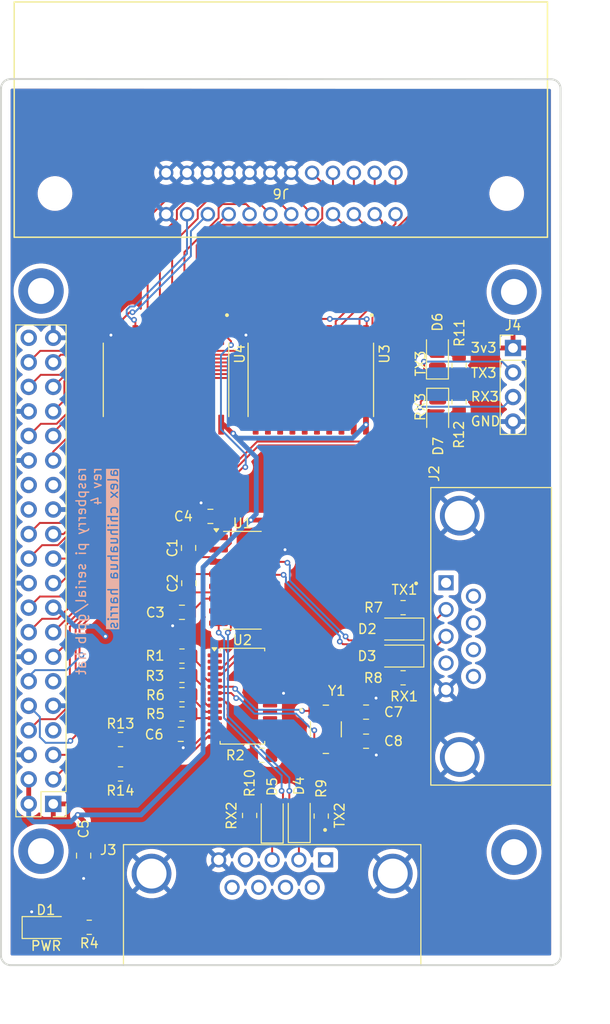
<source format=kicad_pcb>
(kicad_pcb (version 20241229) (generator "pcbnew") (generator_version "9.0")
  (title_block (title "Raspberry Pi Serial/GPIB Hat") (date "2025-04-04") (rev "4"))
  (layers (0 "F.Cu" signal) (2 "B.Cu" signal) (13 "F.Paste" user) (15 "B.Paste" user) (5 "F.SilkS" user "F.Silkscreen") (7 "B.SilkS" user "B.Silkscreen") (1 "F.Mask" user) (3 "B.Mask" user) (25 "Edge.Cuts" user))
  (net 0 "")
  (net 1 "GPIB_DIO1")
  (net 2 "GND")
  (net 3 "/GPIO7{slash}SPI0.CE1")
  (net 4 "GPIB_DIO7")
  (net 5 "GPIB_DIO5")
  (net 6 "GPIB_DIO6")
  (net 7 "/GPIO17")
  (net 8 "/GPIO3{slash}SCL1")
  (net 9 "GPIB_DIO8")
  (net 10 "/GPIO14{slash}TXD0")
  (net 11 "GPIB_DIO2")
  (net 12 "GPIB_DIO3")
  (net 13 "/ID_SCL")
  (net 14 "/GPIO21{slash}PCM.DOUT")
  (net 15 "/GPIO15{slash}RXD0")
  (net 16 "/GPIO2{slash}SDA1")
  (net 17 "/GPIO4{slash}GPCLK0")
  (net 18 "+3V3")
  (net 19 "GPIB_DIO4")
  (net 20 "TE")
  (net 21 "GPIB_ATN")
  (net 22 "/ID_SDA")
  (net 23 "Net-(U1-C1+)")
  (net 24 "Net-(U1-C1-)")
  (net 25 "Net-(U1-C2+)")
  (net 26 "Net-(U1-C2-)")
  (net 27 "Net-(U1-VS-)")
  (net 28 "Net-(U1-VS+)")
  (net 29 "/RX1")
  (net 30 "+5V")
  (net 31 "/TX1")
  (net 32 "/RX2")
  (net 33 "/TX2")
  (net 34 "/TXA1")
  (net 35 "/RXA1")
  (net 36 "/RXB1")
  (net 37 "/TXB1")
  (net 50 "GPIB_SRQ")
  (net 51 "GPIB_IFC")
  (net 52 "DC")
  (net 53 "GPIB_DAV")
  (net 54 "GPIB_NRFD")
  (net 55 "GPIB_REN")
  (net 56 "GPIB_EOI")
  (net 57 "GPIB_NDAC")
  (net 58 "PE")
  (net 59 "/GPIB/DIO2")
  (net 60 "/GPIB/DIO7")
  (net 61 "/GPIB/SRQ")
  (net 62 "/GPIB/ATN")
  (net 63 "/GPIB/NDAC")
  (net 64 "/GPIB/EOI")
  (net 65 "/GPIB/DIO8")
  (net 66 "/GPIB/DIO6")
  (net 67 "/GPIB/DIO4")
  (net 68 "/GPIB/REN")
  (net 69 "/GPIB/IFC")
  (net 70 "/GPIB/DIO3")
  (net 71 "/GPIB/DIO5")
  (net 72 "/GPIB/NFRD")
  (net 73 "/GPIB/DAV")
  (net 74 "/GPIB/DIO1")
  (net 75 "Net-(U2-~{RESET})")
  (net 76 "Net-(U2-~{IRQ})")
  (net 77 "Net-(U2-I2C{slash}~{SPI})")
  (net 78 "Net-(U2-A1{slash}SI)")
  (net 79 "Net-(U2-A0{slash}~{CS})")
  (net 80 "Net-(U2-XTAL1)")
  (net 93 "Net-(U2-XTAL2)")
  (net 95 "Net-(D1-A)")
  (net 96 "Net-(D2-A)")
  (net 97 "Net-(D3-A)")
  (net 98 "Net-(D4-A)")
  (net 99 "Net-(D5-A)")
  (net 100 "Net-(D6-A)")
  (net 101 "Net-(D7-A)")
  (footprint "MountingHole:MountingHole_2.7mm_M2.5_DIN965_Pad_TopBottom" (layer "F.Cu") (at 171.7633 64.70005)
    (property "Reference" "H4" (hide yes))
    (property "Value" "MountingHole" (hide yes))
  )
  (footprint "MountingHole:MountingHole_2.7mm_M2.5_DIN965_Pad_TopBottom" (layer "F.Cu") (at 122.7633 64.60005)
    (property "Reference" "H2" (hide yes))
    (property "Value" "MountingHole" (hide yes))
  )
  (footprint "Capacitor_SMD:C_0805_2012Metric" (layer "F.Cu") (at 137.2383 110.50005)
    (property "Reference" "C6")
    (property "Value" "100n" (hide yes))
  )
  (footprint "Resistor_SMD:R_0805_2012Metric_Pad1.20x1.40mm_HandSolder" (layer "F.Cu") (at 137.3633 108.40005)
    (property "Reference" "R5")
    (property "Value" "1k" (hide yes))
  )
  (footprint "Resistor_SMD:R_0805_2012Metric_Pad1.20x1.40mm_HandSolder" (layer "F.Cu") (at 145.6383 112.67505)
    (property "Reference" "R2")
    (property "Value" "1k" (hide yes))
  )
  (footprint "Capacitor_SMD:C_0805_2012Metric" (layer "F.Cu") (at 138.0503 91.20445 90)
    (property "Reference" "C1")
    (property "Value" "100n" (hide yes))
  )
  (footprint "Resistor_SMD:R_0805_2012Metric_Pad1.20x1.40mm_HandSolder" (layer "F.Cu") (at 137.3633 104.40005)
    (property "Reference" "R3")
    (property "Value" "1k" (hide yes))
  )
  (footprint "LED_SMD:LED_1206_3216Metric_Pad1.42x1.75mm_HandSolder" (layer "F.Cu") (at 123.2675 130.50845)
    (property "Reference" "D1")
    (property "Value" "LED" (hide yes))
  )
  (footprint "Package_SO:TSSOP-28_4.4x9.7mm_P0.65mm" (layer "F.Cu") (at 143.6258 106.55005)
    (property "Reference" "U2")
    (property "Value" "SC16IS752IPW" (hide yes))
  )
  (footprint "Capacitor_SMD:C_0805_2012Metric" (layer "F.Cu") (at 140.3109 87.93805 180)
    (property "Reference" "C4")
    (property "Value" "100n" (hide yes))
  )
  (footprint "Capacitor_SMD:C_0805_2012Metric" (layer "F.Cu") (at 137.3645 97.86945 180)
    (property "Reference" "C3")
    (property "Value" "100n" (hide yes))
  )
  (footprint "LED_SMD:LED_1206_3216Metric_Pad1.42x1.75mm_HandSolder" (layer "F.Cu") (at 159.9633 102.40005 180)
    (property "Reference" "D3")
    (property "Value" "LED" (hide yes))
  )
  (footprint "L77SDE09SA4CH3FC309:AMPHENOL_L77SDE09SA4CH3FC309" (layer "F.Cu") (at 166.1433 100.35505 90)
    (property "Reference" "J2")
    (property "Value" "L77SDE09SA4CH3FC309" (hide yes))
  )
  (footprint "Connector_PinHeader_2.54mm:PinHeader_1x04_P2.54mm_Vertical" (layer "F.Cu") (at 171.6633 70.50005)
    (property "Reference" "J4")
    (property "Value" "Conn_01x04_Pin" (hide yes))
  )
  (footprint "Resistor_SMD:R_0805_2012Metric_Pad1.20x1.40mm_HandSolder" (layer "F.Cu") (at 131 114.6048)
    (property "Reference" "R14")
    (property "Value" "10k" (hide yes))
  )
  (footprint "LED_SMD:LED_1206_3216Metric_Pad1.42x1.75mm_HandSolder" (layer "F.Cu") (at 159.9633 99.60005 180)
    (property "Reference" "D2")
    (property "Value" "LED" (hide yes))
  )
  (footprint "Resistor_SMD:R_0805_2012Metric_Pad1.20x1.40mm_HandSolder" (layer "F.Cu") (at 127.7595 130.48305 180)
    (property "Reference" "R4")
    (property "Value" "1k" (hide yes))
  )
  (footprint "Resistor_SMD:R_0805_2012Metric_Pad1.20x1.40mm_HandSolder" (layer "F.Cu") (at 131 111.0488)
    (property "Reference" "R13")
    (property "Value" "10k" (hide yes))
  )
  (footprint "MountingHole:MountingHole_2.7mm_M2.5_DIN965_Pad_TopBottom" (layer "F.Cu") (at 171.7633 122.70005)
    (property "Reference" "H3" (hide yes))
    (property "Value" "MountingHole" (hide yes))
  )
  (footprint "L77SDE09SA4CH3FC309:AMPHENOL_L77SDE09SA4CH3FC309" (layer "F.Cu") (at 146.70905 124.92255)
    (property "Reference" "J3")
    (property "Value" "L77SDE09SA4CH3FC309" (hide yes))
  )
  (footprint "Package_SO:SOIC-16_3.9x9.9mm_P1.27mm" (layer "F.Cu") (at 143.6258 94.55005)
    (property "Reference" "U1")
    (property "Value" "MAX232CDR" (hide yes))
  )
  (footprint "SN75160BDW:SOIC127P1030X265-20N" (layer "F.Cu") (at 150.7133 73.80005 -90)
    (property "Reference" "U3")
    (property "Value" "SN75160BDW")
  )
  (footprint "Resistor_SMD:R_0805_2012Metric_Pad1.20x1.40mm_HandSolder" (layer "F.Cu") (at 166.0745 76.08765 -90)
    (property "Reference" "R12")
    (property "Value" "1k" (hide yes))
  )
  (footprint "SN75161BDW:SOIC127P1030X265-20N" (layer "F.Cu") (at 135.7133 73.80005 -90)
    (property "Reference" "U4")
    (property "Value" "SN75161BDW")
  )
  (footprint "Resistor_SMD:R_0805_2012Metric_Pad1.20x1.40mm_HandSolder" (layer "F.Cu") (at 137.3633 106.40005)
    (property "Reference" "R6")
    (property "Value" "1k" (hide yes))
  )
  (footprint "LED_SMD:LED_1206_3216Metric_Pad1.42x1.75mm_HandSolder" (layer "F.Cu") (at 163.8313 71.25025 90)
    (property "Reference" "D6")
    (property "Value" "LED" (hide yes))
  )
  (footprint "Resistor_SMD:R_0805_2012Metric_Pad1.20x1.40mm_HandSolder" (layer "F.Cu") (at 144.3749 118.90065 90)
    (property "Reference" "R10")
    (property "Value" "1k" (hide yes))
  )
  (footprint "MountingHole:MountingHole_2.7mm_M2.5_DIN965_Pad_TopBottom" (layer "F.Cu") (at 122.7633 122.60005)
    (property "Reference" "H1" (hide yes))
    (property "Value" "MountingHole" (hide yes))
  )
  (footprint "Resistor_SMD:R_0805_2012Metric_Pad1.20x1.40mm_HandSolder" (layer "F.Cu") (at 160.2753 97.38685 180)
    (property "Reference" "R7")
    (property "Value" "1k" (hide yes))
  )
  (footprint "LED_SMD:LED_1206_3216Metric_Pad1.42x1.75mm_HandSolder" (layer "F.Cu") (at 149.5133 119.25005 90)
    (property "Reference" "D4")
    (property "Value" "LED" (hide yes))
  )
  (footprint "gpib_connector:CONN_112-024-113R001_NRC" (layer "F.Cu") (at 159.488399 56.65005 180)
    (property "Reference" "J6")
    (property "Value" "Conn_GPIB")
  )
  (footprint "Capacitor_SMD:C_0805_2012Metric_Pad1.18x1.45mm_HandSolder" (layer "F.Cu") (at 156.4386 108.204)
    (property "Reference" "C7")
    (property "Value" "36pF" (hide yes))
  )
  (footprint "Connector_PinSocket_2.54mm:PinSocket_2x20_P2.54mm_Vertical" (layer "F.Cu") (at 120.6495 117.70685 180)
    (property "Reference" "J1" (hide yes))
    (property "Value" "GPIO" (hide yes))
  )
  (footprint "Resistor_SMD:R_0805_2012Metric_Pad1.20x1.40mm_HandSolder" (layer "F.Cu") (at 160.2753 104.65125 180)
    (property "Reference" "R8")
    (property "Value" "1k" (hide yes))
  )
  (footprint "LED_SMD:LED_1206_3216Metric_Pad1.42x1.75mm_HandSolder" (layer "F.Cu") (at 146.7133 119.30005 90)
    (property "Reference" "D5")
    (property "Value" "LED" (hide yes))
  )
  (footprint "405C35B14M74560:XTAL_405C35B14M74560" (layer "F.Cu") (at 152.273 109.982)
    (property "Reference" "Y1")
    (property "Value" "14.7546M" (hide yes))
  )
  (footprint "Resistor_SMD:R_0805_2012Metric_Pad1.20x1.40mm_HandSolder" (layer "F.Cu") (at 151.7917 118.96575 90)
    (property "Reference" "R9")
    (property "Value" "1k" (hide yes))
  )
  (footprint "Capacitor_SMD:C_0805_2012Metric" (layer "F.Cu") (at 138.0757 94.85705 90)
    (property "Reference" "C2")
    (property "Value" "100n" (hide yes))
  )
  (footprint "Resistor_SMD:R_0805_2012Metric_Pad1.20x1.40mm_HandSolder" (layer "F.Cu") (at 137.3633 102.40005)
    (property "Reference" "R1")
    (property "Value" "10k" (hide yes))
  )
  (footprint "Capacitor_SMD:C_0805_2012Metric" (layer "F.Cu") (at 127.1778 123.063 -90)
    (property "Reference" "C5")
    (property "Value" "100n" (hide yes))
  )
  (footprint "LED_SMD:LED_1206_3216Metric_Pad1.42x1.75mm_HandSolder" (layer "F.Cu") (at 163.8567 77.13195 -90)
    (property "Reference" "D7")
    (property "Value" "LED" (hide yes))
  )
  (footprint "Resistor_SMD:R_0805_2012Metric_Pad1.20x1.40mm_HandSolder" (layer "F.Cu") (at 166.0745 72.30765 90)
    (property "Reference" "R11")
    (property "Value" "1k" (hide yes))
  )
  (footprint "Capacitor_SMD:C_0805_2012Metric_Pad1.18x1.45mm_HandSolder" (layer "F.Cu") (at 156.4386 111.214)
    (property "Reference" "C8")
    (property "Value" "36pF" (hide yes))
  )
  (gr_line (start 175.6133 134.40005) (end 119.6133 134.40005) (stroke (width 0.2)) (layer "Edge.Cuts"))
  (gr_arc (start 119.6133 134.40005) (mid 118.906193 134.107157) (end 118.6133 133.40005) (stroke (width 0.2)) (layer "Edge.Cuts"))
  (gr_line (start 119.6133 42.65005) (end 175.6133 42.673449) (stroke (width 0.2)) (layer "Edge.Cuts"))
  (gr_line (start 176.586699 43.64845) (end 176.6133 133.40005) (stroke (width 0.2)) (layer "Edge.Cuts"))
  (gr_arc (start 176.6133 133.40005) (mid 176.320407 134.107157) (end 175.6133 134.40005) (stroke (width 0.2)) (layer "Edge.Cuts"))
  (gr_arc (start 118.621091 43.631241) (mid 118.906193 42.942943) (end 119.594491 42.657841) (stroke (width 0.2)) (layer "Edge.Cuts"))
  (gr_line (start 118.6133 133.40005) (end 118.6133 43.65005) (stroke (width 0.2)) (layer "Edge.Cuts"))
  (gr_arc (start 175.6133 42.67505) (mid 176.301598 42.960152) (end 176.5867 43.64845) (stroke (width 0.2)) (layer "Edge.Cuts"))
  (gr_text "GND" (at 167.1933 78.68005 0) (layer "F.SilkS") (effects (font (size 1 1)) (justify left bottom)))
  (gr_text "RX2" (at 143.0795 120.47545 90) (layer "F.SilkS") (effects (font (size 1 1)) (justify left bottom)))
  (gr_text "RX3" (at 162.6375 78.15905 90) (layer "F.SilkS") (effects (font (size 1 1)) (justify left bottom)))
  (gr_text "TX2" (at 154.2809 120.32305 90) (layer "F.SilkS") (effects (font (size 1 1)) (justify left bottom)))
  (gr_text "RX1" (at 158.8275 107.16585 0) (layer "F.SilkS") (effects (font (size 1 1)) (justify left bottom)))
  (gr_text "3v3" (at 167.1933 71.06005 0) (layer "F.SilkS") (effects (font (size 1 1)) (justify left bottom)))
  (gr_text "RX3" (at 167.1933 76.14005 0) (layer "F.SilkS") (effects (font (size 1 1)) (justify left bottom)))
  (gr_text "TX3\n\n" (at 167.1933 75.27645 0) (layer "F.SilkS") (effects (font (size 1 1)) (justify left bottom)))
  (gr_text "TX1" (at 158.9799 96.11685 0) (layer "F.SilkS") (effects (font (size 1 1)) (justify left bottom)))
  (gr_text "TX3" (at 162.6629 73.53625 90) (layer "F.SilkS") (effects (font (size 1 1)) (justify left bottom)))
  (gr_text "PWR" (at 121.6152 132.9944 0) (layer "F.SilkS") (effects (font (size 1 1)) (justify left bottom)))
  (gr_text "alex chihuahua harris" (at 130.8095 82.90645 90) (layer "B.SilkS" knockout) (effects (font (size 1 1)) (justify left bottom mirror)))
  (gr_text "raspberry pi serial/gpib hat\nrev 4" (at 129.1095 82.75645 90) (layer "B.SilkS") (effects (font (size 1 1)) (justify left bottom mirror)))
  (segment (start 155.1583 74.43905) (end 154.0307 73.31145) (width 0.2) (layer "F.Cu") (net 1))
  (segment (start 154.0307 73.31145) (end 149.408776 73.31145) (width 0.2) (layer "F.Cu") (net 1))
  (segment (start 149.408776 73.31145) (end 146.894376 70.79705) (width 0.2) (layer "F.Cu") (net 1))
  (segment (start 146.894376 70.79705) (end 122.6793 70.79705) (width 0.2) (layer "F.Cu") (net 1))
  (segment (start 122.6793 70.79705) (end 121.4895 71.98685) (width 0.2) (layer "F.Cu") (net 1))
  (segment (start 155.1583 78.44005) (end 155.1583 74.43905) (width 0.2) (layer "F.Cu") (net 1))
  (segment (start 129.9983 69.16005) (end 130.0005 69.16005) (width 0.2) (layer "F.Cu") (net 2))
  (segment (start 138.1883 110.50005) (end 138.1883 111.19415) (width 0.2) (layer "F.Cu") (net 2))
  (segment (start 157.4761 111.214) (end 157.4761 112.62505) (width 0.2) (layer "F.Cu") (net 2))
  (segment (start 138.1883 111.19415) (end 137.492825 111.889625) (width 0.2) (layer "F.Cu") (net 2))
  (segment (start 139.3609 87.93805) (end 139.3609 86.5543) (width 0.2) (layer "F.Cu") (net 2))
  (segment (start 157.4761 106.75765) (end 157.4714 106.75295) (width 0.2) (layer "F.Cu") (net 2))
  (segment (start 127.1778 124.013) (end 127.1778 125.4252) (width 0.2) (layer "F.Cu") (net 2))
  (segment (start 147.8633 106.22505) (end 147.8883 106.25005) (width 0.2) (layer "F.Cu") (net 2))
  (segment (start 146.4883 106.22505) (end 147.8633 106.22505) (width 0.2) (layer "F.Cu") (net 2))
  (segment (start 144.9983 69.16305) (end 144.9983 69.16005) (width 0.2) (layer "F.Cu") (net 2))
  (segment (start 121.78 128.8926) (end 121.78 130.50845) (width 0.2) (layer "F.Cu") (net 2))
  (segment (start 157.4761 108.204) (end 157.4761 106.75765) (width 0.2) (layer "F.Cu") (net 2))
  (segment (start 121.793 128.8796) (end 121.78 128.8926) (width 0.2) (layer "F.Cu") (net 2))
  (segment (start 148.0408 91.3892) (end 146.11495 91.3892) (width 0.2) (layer "F.Cu") (net 2))
  (segment (start 139.3609 86.5543) (end 139.3444 86.5378) (width 0.2) (layer "F.Cu") (net 2))
  (segment (start 136.4145 97.86945) (end 136.4145 99.248) (width 0.2) (layer "F.Cu") (net 2))
  (segment (start 130.0005 69.16005) (end 130.0079 69.16745) (width 0.2) (layer "F.Cu") (net 2))
  (segment (start 144.99715 69.1642) (end 144.9983 69.16305) (width 0.2) (layer "F.Cu") (net 2))
  (segment (start 157.4761 112.62505) (end 157.4968 112.64575) (width 0.2) (layer "F.Cu") (net 2))
  (segment (start 146.11495 91.3892) (end 146.1008 91.37505) (width 0.2) (layer "F.Cu") (net 2))
  (segment (start 136.4145 99.248) (end 136.3993 99.2632) (width 0.2) (layer "F.Cu") (net 2))
  (segment (start 143.9926 69.1642) (end 144.99715 69.1642) (width 0.2) (layer "F.Cu") (net 2))
  (via (at 157.4714 106.75295) (size 0.6) (drill 0.3) (layers "F.Cu" "B.Cu") (net 2))
  (via (at 121.793 128.8796) (size 0.6) (drill 0.3) (layers "F.Cu" "B.Cu") (net 2))
  (via (at 147.8883 106.25005) (size 0.6) (drill 0.3) (layers "F.Cu" "B.Cu") (net 2))
  (via (at 137.492825 111.889625) (size 0.6) (drill 0.3) (layers "F.Cu" "B.Cu") (net 2))
  (via (at 157.4968 112.64575) (size 0.6) (drill 0.3) (layers "F.Cu" "B.Cu") (net 2))
  (via (at 127.1778 125.4252) (size 0.6) (drill 0.3) (layers "F.Cu" "B.Cu") (net 2))
  (via (at 130.0079 69.16745) (size 0.6) (drill 0.3) (layers "F.Cu" "B.Cu") (net 2))
  (via (at 136.3993 99.2632) (size 0.6) (drill 0.3) (layers "F.Cu" "B.Cu") (net 2))
  (via (at 148.0408 91.3892) (size 0.6) (drill 0.3) (layers "F.Cu" "B.Cu") (net 2))
  (via (at 143.9926 69.1642) (size 0.6) (drill 0.3) (layers "F.Cu" "B.Cu") (net 2))
  (via (at 139.3444 86.5378) (size 0.6) (drill 0.3) (layers "F.Cu" "B.Cu") (net 2))
  (segment (start 127.0546 73.20305) (end 145.897776 73.20305) (width 0.2) (layer "F.Cu") (net 4))
  (segment (start 147.5383 74.843574) (end 147.5383 78.44005) (width 0.2) (layer "F.Cu") (net 4))
  (segment (start 125.9825 77.30871) (end 125.9825 74.27515) (width 0.2) (layer "F.Cu") (net 4))
  (segment (start 124.0295 79.26171) (end 125.9825 77.30871) (width 0.2) (layer "F.Cu") (net 4))
  (segment (start 125.9825 74.27515) (end 127.0546 73.20305) (width 0.2) (layer "F.Cu") (net 4))
  (segment (start 124.0295 79.60685) (end 124.0295 79.26171) (width 0.2) (layer "F.Cu") (net 4))
  (segment (start 145.897776 73.20305) (end 147.5383 74.843574) (width 0.2) (layer "F.Cu") (net 4))
  (segment (start 150.0783 75.30265) (end 150.0783 78.44005) (width 0.2) (layer "F.Cu") (net 5))
  (segment (start 124.0295 77.06685) (end 125.1805 75.91585) (width 0.2) (layer "F.Cu") (net 5))
  (segment (start 148.744376 74.91545) (end 149.6911 74.91545) (width 0.2) (layer "F.Cu") (net 5))
  (segment (start 146.229976 72.40105) (end 148.744376 74.91545) (width 0.2) (layer "F.Cu") (net 5))
  (segment (start 125.1805 75.91585) (end 125.1805 73.94295) (width 0.2) (layer "F.Cu") (net 5))
  (segment (start 149.6911 74.91545) (end 150.0783 75.30265) (width 0.2) (layer "F.Cu") (net 5))
  (segment (start 125.1805 73.94295) (end 126.7224 72.40105) (width 0.2) (layer "F.Cu") (net 5))
  (segment (start 126.7224 72.40105) (end 146.229976 72.40105) (width 0.2) (layer "F.Cu") (net 5))
  (segment (start 124.37406 78.35005) (end 125.5815 77.14261) (width 0.2) (layer "F.Cu") (net 6))
  (segment (start 126.8885 72.80205) (end 146.063876 72.80205) (width 0.2) (layer "F.Cu") (net 6))
  (segment (start 122.7463 78.35005) (end 124.37406 78.35005) (width 0.2) (layer "F.Cu") (net 6))
  (segment (start 125.5815 77.14261) (end 125.5815 74.10905) (width 0.2) (layer "F.Cu") (net 6))
  (segment (start 148.8083 75.546474) (end 148.8083 78.44005) (width 0.2) (layer "F.Cu") (net 6))
  (segment (start 121.4895 79.60685) (end 122.7463 78.35005) (width 0.2) (layer "F.Cu") (net 6))
  (segment (start 146.063876 72.80205) (end 148.8083 75.546474) (width 0.2) (layer "F.Cu") (net 6))
  (segment (start 125.5815 74.10905) (end 126.8885 72.80205) (width 0.2) (layer "F.Cu") (net 6))
  (segment (start 132 112.59765) (end 132.0292 112.62685) (width 0.2) (layer "F.Cu") (net 8))
  (segment (start 140.7633 110.12505) (end 140.10593 110.12505) (width 0.2) (layer "F.Cu") (net 8))
  (segment (start 140.10593 110.12505) (end 137.60413 112.62685) (width 0.2) (layer "F.Cu") (net 8))
  (segment (start 132.0292 112.62685) (end 124.0295 112.62685) (width 0.2) (layer "F.Cu") (net 8))
  (segment (start 132 111.0488) (end 132 112.59765) (width 0.2) (layer "F.Cu") (net 8))
  (segment (start 137.60413 112.62685) (end 132.0292 112.62685) (width 0.2) (layer "F.Cu") (net 8))
  (segment (start 126.3835 77.47481) (end 126.3835 74.44125) (width 0.2) (layer "F.Cu") (net 9))
  (segment (start 145.731676 73.60405) (end 146.2683 74.140674) (width 0.2) (layer "F.Cu") (net 9))
  (segment (start 126.3835 74.44125) (end 127.2207 73.60405) (width 0.2) (layer "F.Cu") (net 9))
  (segment (start 146.2683 74.140674) (end 146.2683 78.44005) (width 0.2) (layer "F.Cu") (net 9))
  (segment (start 124.0295 82.14685) (end 124.0295 81.23461) (width 0.2) (layer "F.Cu") (net 9))
  (segment (start 124.0295 81.23461) (end 125.39778 79.86633) (width 0.2) (layer "F.Cu") (net 9))
  (segment (start 125.39778 78.46053) (end 126.3835 77.47481) (width 0.2) (layer "F.Cu") (net 9))
  (segment (start 125.39778 79.86633) (end 125.39778 78.46053) (width 0.2) (layer "F.Cu") (net 9))
  (segment (start 127.2207 73.60405) (end 145.731676 73.60405) (width 0.2) (layer "F.Cu") (net 9))
  (segment (start 164.1624 72.40665) (end 163.8313 72.73775) (width 0.2) (layer "F.Cu") (net 10))
  (segment (start 162.433 71.9074) (end 162.4584 71.9328) (width 0.2) (layer "F.Cu") (net 10))
  (segment (start 129.12585 83.42135) (end 129.12585 95.9846) (width 0.2) (layer "F.Cu") (net 10))
  (segment (start 162.4584 72.8726) (end 162.6362 73.0504) (width 0.2) (layer "F.Cu") (net 10))
  (segment (start 163.8313 72.750874) (end 156.394374 80.1878) (width 0.2) (layer "F.Cu") (net 10))
  (segment (start 156.394374 80.1878) (end 145.161 80.1878) (width 0.2) (layer "F.Cu") (net 10))
  (segment (start 162.6362 73.0504) (end 163.51865 73.0504) (width 0.2) (layer "F.Cu") (net 10))
  (segment (start 122.6405 108.93585) (end 121.4895 110.08685) (width 0.2) (layer "F.Cu") (net 10))
  (segment (start 163.8313 72.73775) (end 163.8313 72.750874) (width 0.2) (layer "F.Cu") (net 10))
  (segment (start 125.7513 107.45281) (end 124.26826 108.93585) (width 0.2) (layer "F.Cu") (net 10))
  (segment (start 145.161 80.1878) (end 142.29175 83.05705) (width 0.2) (layer "F.Cu") (net 10))
  (segment (start 129.12585 95.9846) (end 125.7513 99.35915) (width 0.2) (layer "F.Cu") (net 10))
  (segment (start 163.51865 73.0504) (end 163.8313 72.73775) (width 0.2) (layer "F.Cu") (net 10))
  (segment (start 171.6633 73.04005) (end 171.0299 72.40665) (width 0.2) (layer "F.Cu") (net 10))
  (segment (start 162.4584 71.9328) (end 162.4584 72.8726) (width 0.2) (layer "F.Cu") (net 10))
  (segment (start 125.7513 99.35915) (end 125.7513 107.45281) (width 0.2) (layer "F.Cu") (net 10))
  (segment (start 142.29175 83.05705) (end 129.49015 83.05705) (width 0.2) (layer "F.Cu") (net 10))
  (segment (start 124.26826 108.93585) (end 122.6405 108.93585) (width 0.2) (layer "F.Cu") (net 10))
  (segment (start 129.49015 83.05705) (end 129.12585 83.42135) (width 0.2) (layer "F.Cu") (net 10))
  (via (at 162.433 71.9074) (size 0.6) (drill 0.3) (layers "F.Cu" "B.Cu") (net 10))
  (segment (start 170.53065 71.9074) (end 162.433 71.9074) (width 0.2) (layer "B.Cu") (net 10))
  (segment (start 171.6633 73.04005) (end 170.53065 71.9074) (width 0.2) (layer "B.Cu") (net 10))
  (segment (start 124.0295 71.98685) (end 124.8183 71.19805) (width 0.2) (layer "F.Cu") (net 11))
  (segment (start 153.8883 74.54895) (end 153.8883 78.44005) (width 0.2) (layer "F.Cu") (net 11))
  (segment (start 149.242676 73.71245) (end 153.0518 73.71245) (width 0.2) (layer "F.Cu") (net 11))
  (segment (start 124.8183 71.19805) (end 146.728276 71.19805) (width 0.2) (layer "F.Cu") (net 11))
  (segment (start 146.728276 71.19805) (end 149.242676 73.71245) (width 0.2) (layer "F.Cu") (net 11))
  (segment (start 153.0518 73.71245) (end 153.8883 74.54895) (width 0.2) (layer "F.Cu") (net 11))
  (segment (start 152.6183 74.74385) (end 152.6183 78.44005) (width 0.2) (layer "F.Cu") (net 12))
  (segment (start 146.562176 71.59905) (end 149.076576 74.11345) (width 0.2) (layer "F.Cu") (net 12))
  (segment (start 124.7092 73.28005) (end 126.3902 71.59905) (width 0.2) (layer "F.Cu") (net 12))
  (segment (start 149.076576 74.11345) (end 151.9879 74.11345) (width 0.2) (layer "F.Cu") (net 12))
  (segment (start 122.7363 73.28005) (end 124.7092 73.28005) (width 0.2) (layer "F.Cu") (net 12))
  (segment (start 126.3902 71.59905) (end 146.562176 71.59905) (width 0.2) (layer "F.Cu") (net 12))
  (segment (start 151.9879 74.11345) (end 152.6183 74.74385) (width 0.2) (layer "F.Cu") (net 12))
  (segment (start 121.4895 74.52685) (end 122.7363 73.28005) (width 0.2) (layer "F.Cu") (net 12))
  (segment (start 145.3271 80.5888) (end 156.560474 80.5888) (width 0.2) (layer "F.Cu") (net 15))
  (segment (start 129.52685 83.85855) (end 129.92735 83.45805) (width 0.2) (layer "F.Cu") (net 15))
  (segment (start 162.1028 76.581) (end 162.1028 76.0476) (width 0.2) (layer "F.Cu") (net 15))
  (segment (start 161.504824 75.64445) (end 161.51535 75.64445) (width 0.2) (layer "F.Cu") (net 15))
  (segment (start 142.45785 83.45805) (end 145.3271 80.5888) (width 0.2) (layer "F.Cu") (net 15))
  (segment (start 162.0266 76.6572) (end 162.1028 76.581) (width 0.2) (layer "F.Cu") (net 15))
  (segment (start 161.51535 75.64445) (end 162.052 75.1078) (width 0.2) (layer "F.Cu") (net 15))
  (segment (start 126.3513 110.6307) (end 126.3513 99.32625) (width 0.2) (layer "F.Cu") (net 15))
  (segment (start 126.3513 99.32625) (end 129.52685 96.1507) (width 0.2) (layer "F.Cu") (net 15))
  (segment (start 125.8062 111.1758) (end 126.3513 110.6307) (width 0.2) (layer "F.Cu") (net 15))
  (segment (start 162.1028 76.0476) (end 162.50595 75.64445) (width 0.2) (layer "F.Cu") (net 15))
  (segment (start 156.560474 80.5888) (end 161.504824 75.64445) (width 0.2) (layer "F.Cu") (net 15))
  (segment (start 129.92735 83.45805) (end 142.45785 83.45805) (width 0.2) (layer "F.Cu") (net 15))
  (segment (start 164.2009 75.98865) (end 163.8567 75.64445) (width 0.2) (layer "F.Cu") (net 15))
  (segment (start 162.1282 75.0316) (end 162.052 75.1078) (width 0.2) (layer "F.Cu") (net 15))
  (segment (start 162.179 74.9808) (end 162.052 75.1078) (width 0.2) (layer "F.Cu") (net 15))
  (segment (start 129.52685 96.1507) (end 129.52685 83.85855) (width 0.2) (layer "F.Cu") (net 15))
  (segment (start 163.19305 74.9808) (end 162.179 74.9808) (width 0.2) (layer "F.Cu") (net 15))
  (segment (start 163.8567 75.64445) (end 163.19305 74.9808) (width 0.2) (layer "F.Cu") (net 15))
  (segment (start 171.6633 75.58005) (end 171.2547 75.98865) (width 0.2) (layer "F.Cu") (net 15))
  (segment (start 162.50595 75.64445) (end 163.8567 75.64445) (width 0.2) (layer "F.Cu") (net 15))
  (via (at 162.0266 76.6572) (size 0.6) (drill 0.3) (layers "F.Cu" "B.Cu") (net 15))
  (via (at 125.8062 111.1758) (size 0.6) (drill 0.3) (layers "F.Cu" "B.Cu") (net 15))
  (segment (start 122.6405 110.7787) (end 122.6405 108.69785) (width 0.2) (layer "B.Cu") (net 15))
  (segment (start 125.603 111.379) (end 123.2408 111.379) (width 0.2) (layer "B.Cu") (net 15))
  (segment (start 122.6405 108.69785) (end 121.4895 107.54685) (width 0.2) (layer "B.Cu") (net 15))
  (segment (start 162.1028 76.581) (end 170.66235 76.581) (width 0.2) (layer "B.Cu") (net 15))
  (segment (start 123.2408 111.379) (end 122.6405 110.7787) (width 0.2) (layer "B.Cu") (net 15))
  (segment (start 125.8062 111.1758) (end 125.603 111.379) (width 0.2) (layer "B.Cu") (net 15))
  (segment (start 162.0266 76.6572) (end 162.1028 76.581) (width 0.2) (layer "B.Cu") (net 15))
  (segment (start 170.66235 76.581) (end 171.6633 75.58005) (width 0.2) (layer "B.Cu") (net 15))
  (segment (start 137.7533 113.04005) (end 132.1054 113.04005) (width 0.2) (layer "F.Cu") (net 16))
  (segment (start 126.1563 113.04005) (end 124.0295 115.16685) (width 0.2) (layer "F.Cu") (net 16))
  (segment (start 132.1054 113.04005) (end 126.1563 113.04005) (width 0.2) (layer "F.Cu") (net 16))
  (segment (start 131.9624 114.6048) (end 131.9624 113.18305) (width 0.2) (layer "F.Cu") (net 16))
  (segment (start 131.9624 113.18305) (end 132.1054 113.04005) (width 0.2) (layer "F.Cu") (net 16))
  (segment (start 137.77023 113.02785) (end 140.02303 110.77505) (width 0.2) (layer "F.Cu") (net 16))
  (segment (start 137.7655 113.02785) (end 137.7533 113.04005) (width 0.2) (layer "F.Cu") (net 16))
  (segment (start 137.77023 113.02785) (end 137.7655 113.02785) (width 0.2) (layer "F.Cu") (net 16))
  (segment (start 140.7633 110.77505) (end 140.02303 110.77505) (width 0.2) (layer "F.Cu") (net 16))
  (segment (start 141.5695 106.87505) (end 142.1905 107.49605) (width 0.2) (layer "F.Cu") (net 18))
  (segment (start 140.7633 106.87505) (end 141.5695 106.87505) (width 0.2) (layer "F.Cu") (net 18))
  (via (at 129.4384 100.3554) (size 0.6) (drill 0.3) (layers "F.Cu" "B.Cu") (net 18))
  (segment (start 128.40025 99.31725) (end 126.2647 99.31725) (width 0.5) (layer "B.Cu") (net 18))
  (segment (start 124.3343 97.38685) (end 124.0295 97.38685) (width 0.5) (layer "B.Cu") (net 18))
  (segment (start 126.2647 99.31725) (end 124.3343 97.38685) (width 0.5) (layer "B.Cu") (net 18))
  (segment (start 129.4384 100.3554) (end 128.40025 99.31725) (width 0.5) (layer "B.Cu") (net 18))
  (segment (start 146.396076 72.00005) (end 148.910476 74.51445) (width 0.2) (layer "F.Cu") (net 19))
  (segment (start 124.0295 74.52685) (end 126.5563 72.00005) (width 0.2) (layer "F.Cu") (net 19))
  (segment (start 150.8764 74.51445) (end 151.3483 74.98635) (width 0.2) (layer "F.Cu") (net 19))
  (segment (start 126.5563 72.00005) (end 146.396076 72.00005) (width 0.2) (layer "F.Cu") (net 19))
  (segment (start 148.910476 74.51445) (end 150.8764 74.51445) (width 0.2) (layer "F.Cu") (net 19))
  (segment (start 151.3483 74.98635) (end 151.3483 78.44005) (width 0.2) (layer "F.Cu") (net 19))
  (segment (start 126.7523 102.1122) (end 126.7523 99.5172) (width 0.2) (layer "F.Cu") (net 20))
  (segment (start 141.80405 69.16005) (end 141.4283 69.16005) (width 0.2) (layer "F.Cu") (net 20))
  (segment (start 130.09345 83.85905) (end 131.8768 83.85905) (width 0.2) (layer "F.Cu") (net 20))
  (segment (start 142.68355 83.85905) (end 143.383 83.1596) (width 0.2) (layer "F.Cu") (net 20))
  (segment (start 142.4432 69.7992) (end 141.80405 69.16005) (width 0.2) (layer "F.Cu") (net 20))
  (segment (start 156.5003 69.08805) (end 156.4283 69.16005) (width 0.2) (layer "F.Cu") (net 20))
  (segment (start 126.9513 102.3112) (end 126.7523 102.1122) (width 0.2) (layer "F.Cu") (net 20))
  (segment (start 129.92785 96.3168) (end 129.92785 84.8868) (width 0.2) (layer "F.Cu") (net 20))
  (segment (start 141.4283 69.16005) (end 143.0973 67.49105) (width 0.2) (layer "F.Cu") (net 20))
  (segment (start 143.703885 82.838715) (end 143.925715 82.838715) (width 0.2) (layer "F.Cu") (net 20))
  (segment (start 143.383 83.1596) (end 143.703885 82.838715) (width 0.2) (layer "F.Cu") (net 20))
  (segment (start 156.5003 67.512627) (end 156.5003 69.08805) (width 0.2) (layer "F.Cu") (net 20))
  (segment (start 129.92785 84.02465) (end 130.09345 83.85905) (width 0.2) (layer "F.Cu") (net 20))
  (segment (start 142.4432 70.19705) (end 142.4432 69.7992) (width 0.2) (layer "F.Cu") (net 20))
  (segment (start 129.92785 84.8868) (end 129.92785 84.02465) (width 0.2) (layer "F.Cu") (net 20))
  (segment (start 126.7523 99.49235) (end 129.92785 96.3168) (width 0.2) (layer "F.Cu") (net 20))
  (segment (start 131.8768 83.85905) (end 142.68355 83.85905) (width 0.2) (layer "F.Cu") (net 20))
  (segment (start 143.0973 67.49105) (end 152.6873 67.49105) (width 0.2) (layer "F.Cu") (net 20))
  (segment (start 126.7523 99.5172) (end 126.7523 99.49235) (width 0.2) (layer "F.Cu") (net 20))
  (via (at 126.9513 102.3112) (size 0.6) (drill 0.3) (layers "F.Cu" "B.Cu") (net 20))
  (via (at 142.4432 70.19705) (size 0.6) (drill 0.3) (layers "F.Cu" "B.Cu") (net 20))
  (via (at 152.6873 67.49105) (size 0.6) (drill 0.3) (layers "F.Cu" "B.Cu") (net 20))
  (via (at 143.925715 82.838715) (size 0.6) (drill 0.3) (layers "F.Cu" "B.Cu") (net 20))
  (via (at 156.5003 67.512627) (size 0.6) (drill 0.3) (layers "F.Cu" "B.Cu") (net 20))
  (segment (start 141.4031 71.23715) (end 141.4031 78.938282) (width 0.2) (layer "B.Cu") (net 20))
  (segment (start 143.9672 82.79723) (end 143.925715 82.838715) (width 0.2) (layer "B.Cu") (net 20))
  (segment (start 156.5003 67.512627) (end 156.478723 67.49105) (width 0.2) (layer "B.Cu") (net 20))
  (segment (start 142.4432 70.19705) (end 141.4031 71.23715) (width 0.2) (layer "B.Cu") (net 20))
  (segment (start 125.40665 103.85585) (end 126.9513 102.3112) (width 0.2) (layer "B.Cu") (net 20))
  (segment (start 156.478723 67.49105) (end 152.6873 67.49105) (width 0.2) (layer "B.Cu") (net 20))
  (segment (start 141.4031 78.938282) (end 143.9672 81.502382) (width 0.2) (layer "B.Cu") (net 20))
  (segment (start 143.9672 81.502382) (end 143.9672 82.79723) (width 0.2) (layer "B.Cu") (net 20))
  (segment (start 124.50626 103.85585) (end 125.40665 103.85585) (width 0.2) (layer "B.Cu") (net 20))
  (segment (start 121.4895 104.5197) (end 121.4895 105.00685) (width 0.2) (layer "B.Cu") (net 20))
  (segment (start 124.50626 103.85585) (end 122.15335 103.85585) (width 0.2) (layer "B.Cu") (net 20))
  (segment (start 122.15335 103.85585) (end 121.4895 104.5197) (width 0.2) (layer "B.Cu") (net 20))
  (segment (start 131.172124 80.25005) (end 131.173124 80.24905) (width 0.2) (layer "F.Cu") (net 21))
  (segment (start 126.31885 89.10526) (end 126.31885 80.6758) (width 0.2) (layer "F.Cu") (net 21))
  (segment (start 126.7446 80.25005) (end 131.172124 80.25005) (width 0.2) (layer "F.Cu") (net 21))
  (segment (start 121.4895 92.30685) (end 122.8785 90.91785) (width 0.2) (layer "F.Cu") (net 21))
  (segment (start 131.173124 80.24905) (end 131.9471 80.24905) (width 0.2) (layer "F.Cu") (net 21))
  (segment (start 131.9471 80.24905) (end 132.5383 79.65785) (width 0.2) (layer "F.Cu") (net 21))
  (segment (start 122.8785 90.91785) (end 124.50626 90.91785) (width 0.2) (layer "F.Cu") (net 21))
  (segment (start 126.31885 80.6758) (end 126.7446 80.25005) (width 0.2) (layer "F.Cu") (net 21))
  (segment (start 124.50626 90.91785) (end 126.31885 89.10526) (width 0.2) (layer "F.Cu") (net 21))
  (segment (start 132.5383 79.65785) (end 132.5383 78.44005) (width 0.2) (layer "F.Cu") (net 21))
  (segment (start 141.0014 90.25445) (end 141.1508 90.10505) (width 0.2) (layer "F.Cu") (net 23))
  (segment (start 138.0503 90.25445) (end 141.0014 90.25445) (width 0.2) (layer "F.Cu") (net 23))
  (segment (start 138.0503 92.15445) (end 140.6602 92.15445) (width 0.2) (layer "F.Cu") (net 24))
  (segment (start 140.6602 92.15445) (end 141.1508 92.64505) (width 0.2) (layer "F.Cu") (net 24))
  (segment (start 141.1428 93.90705) (end 141.1508 93.91505) (width 0.2) (layer "F.Cu") (net 25))
  (segment (start 138.0757 93.90705) (end 141.1428 93.90705) (width 0.2) (layer "F.Cu") (net 25))
  (segment (start 140.5288 95.80705) (end 141.1508 95.18505) (width 0.2) (layer "F.Cu") (net 26))
  (segment (start 138.0757 95.80705) (end 140.5288 95.80705) (width 0.2) (layer "F.Cu") (net 26))
  (segment (start 138.3145 97.86945) (end 139.7289 96.45505) (width 0.2) (layer "F.Cu") (net 27))
  (segment (start 139.7289 96.45505) (end 141.1508 96.45505) (width 0.2) (layer "F.Cu") (net 27))
  (segment (start 141.7099 91.37505) (end 141.1508 91.37505) (width 0.5) (layer "F.Cu") (net 28))
  (segment (start 142.4268 88.40295) (end 141.9619 87.93805) (width 0.2) (layer "F.Cu") (net 28))
  (segment (start 142.4268 90.72435) (end 142.4268 88.40295) (width 0.2) (layer "F.Cu") (net 28))
  (segment (start 141.1508 91.37505) (end 141.7761 91.37505) (width 0.2) (layer "F.Cu") (net 28))
  (segment (start 141.7761 91.37505) (end 142.4268 90.72435) (width 0.2) (layer "F.Cu") (net 28))
  (segment (start 141.9619 87.93805) (end 141.2609 87.93805) (width 0.2) (layer "F.Cu") (net 28))
  (segment (start 164.7233 100.35505) (end 164.7233 100.3765) (width 0.2) (layer "F.Cu") (net 29))
  (segment (start 147.885581 93.986781) (end 146.172531 93.986781) (width 0.2) (layer "F.Cu") (net 29))
  (segment (start 153.71511 100.895834) (end 153.769046 100.895834) (width 0.2) (layer "F.Cu") (net 29))
  (segment (start 146.172531 93.986781) (end 146.1008 93.91505) (width 0.2) (layer "F.Cu") (net 29))
  (segment (start 162.69975 102.40005) (end 161.4508 102.40005) (width 0.2) (layer "F.Cu") (net 29))
  (segment (start 153.769046 100.895834) (end 154.050262 101.17705) (width 0.2) (layer "F.Cu") (net 29))
  (segment (start 164.7233 100.3765) (end 162.69975 102.40005) (width 0.2) (layer "F.Cu") (net 29))
  (segment (start 147.014868 93.91505) (end 146.1008 93.91505) (width 0.2) (layer "F.Cu") (net 29))
  (segment (start 154.050262 101.17705) (end 160.2278 101.17705) (width 0.2) (layer "F.Cu") (net 29))
  (segment (start 160.2278 101.17705) (end 161.4508 102.40005) (width 0.2) (layer "F.Cu") (net 29))
  (via (at 153.71511 100.895834) (size 0.6) (drill 0.3) (layers "F.Cu" "B.Cu") (net 29))
  (via (at 147.885581 93.986781) (size 0.6) (drill 0.3) (layers "F.Cu" "B.Cu") (net 29))
  (segment (start 148.1382 94.756952) (end 148.1382 94.2394) (width 0.2) (layer "B.Cu") (net 29))
  (segment (start 153.714719 100.831919) (end 153.714719 100.333471) (width 0.2) (layer "B.Cu") (net 29))
  (segment (start 153.71511 100.895834) (end 153.71511 100.83231) (width 0.2) (layer "B.Cu") (net 29))
  (segment (start 153.714719 100.333471) (end 148.1382 94.756952) (width 0.2) (layer "B.Cu") (net 29))
  (segment (start 148.1382 94.2394) (end 147.885581 93.986781) (width 0.2) (layer "B.Cu") (net 29))
  (segment (start 153.71511 100.83231) (end 153.714719 100.831919) (width 0.2) (layer "B.Cu") (net 29))
  (segment (start 127.1778 119.4562) (end 127.1778 122.113) (width 0.5) (layer "F.Cu") (net 30))
  (segment (start 141.6841 78.44005) (end 141.4283 78.44005) (width 0.5) (layer "F.Cu") (net 30))
  (segment (start 142.669649 79.356301) (end 142.600351 79.356301) (width 0.5) (layer "F.Cu") (net 30))
  (segment (start 144.498449 88.315599) (end 145.694199 88.315599) (width 0.5) (layer "F.Cu") (net 30))
  (segment (start 145.694199 88.315599) (end 146.1008 88.7222) (width 0.5) (layer "F.Cu") (net 30))
  (segment (start 121.4895 117.70685) (end 121.4895 115.16685) (width 0.5) (layer "F.Cu") (net 30))
  (segment (start 146.1008 88.7222) (end 146.1008 90.10505) (width 0.5) (layer "F.Cu") (net 30))
  (segment (start 126.5682 118.8466) (end 127.1778 119.4562) (width 0.5) (layer "F.Cu") (net 30))
  (segment (start 142.600351 79.356301) (end 141.6841 78.44005) (width 0.5) (layer "F.Cu") (net 30))
  (via (at 156.4283 78.44005) (size 0.6) (drill 0.3) (layers "F.Cu" "B.Cu") (net 30))
  (via (at 144.498449 88.315599) (size 0.6) (drill 0.3) (layers "F.Cu" "B.Cu") (net 30))
  (via (at 126.5682 118.8466) (size 0.6) (drill 0.3) (layers "F.Cu" "B.Cu") (net 30))
  (via (at 142.669649 79.356301) (size 0.6) (drill 0.3) (layers "F.Cu" "B.Cu") (net 30))
  (segment (start 145.0607 81.81665) (end 142.669649 79.425599) (width 0.5) (layer "B.Cu") (net 30))
  (segment (start 142.669649 79.425599) (end 143.0795 79.83545) (width 0.5) (layer "B.Cu") (net 30))
  (segment (start 121.4895 117.70685) (end 121.4895 119.0765) (width 0.5) (layer "B.Cu") (net 30))
  (segment (start 143.0795 79.83545) (end 155.0329 79.83545) (width 0.5) (layer "B.Cu") (net 30))
  (segment (start 126.5682 118.8466) (end 133.1214 118.8466) (width 0.5) (layer "B.Cu") (net 30))
  (segment (start 121.4895 119.0765) (end 121.9708 119.5578) (width 0.5) (layer "B.Cu") (net 30))
  (segment (start 142.669649 79.356301) (end 142.669649 79.425599) (width 0.5) (layer "B.Cu") (net 30))
  (segment (start 145.0607 87.68405) (end 145.0607 81.81665) (width 0.5) (layer "B.Cu") (net 30))
  (segment (start 139.5489 93.19585) (end 145.0607 87.68405) (width 0.5) (layer "B.Cu") (net 30))
  (segment (start 121.9708 119.5578) (end 125.857 119.5578) (width 0.5) (layer "B.Cu") (net 30))
  (segment (start 133.1214 118.8466) (end 139.5489 112.4191) (width 0.5) (layer "B.Cu") (net 30))
  (segment (start 125.857 119.5578) (end 126.5682 118.8466) (width 0.5) (layer "B.Cu") (net 30))
  (segment (start 139.5489 112.4191) (end 139.5489 93.19585) (width 0.5) (layer "B.Cu") (net 30))
  (segment (start 155.0329 79.83545) (end 156.4283 78.44005) (width 0.5) (layer "B.Cu") (net 30))
  (segment (start 160.2748 100.77605) (end 154.64945 100.77605) (width 0.2) (layer "F.Cu") (net 31))
  (segment (start 154.64945 100.77605) (end 154.315719 100.442319) (width 0.2) (layer "F.Cu") (net 31))
  (segment (start 148.2852 92.7354) (end 148.19485 92.64505) (width 0.2) (layer "F.Cu") (net 31))
  (segment (start 164.7233 97.58505) (end 162.7083 99.60005) (width 0.2) (layer "F.Cu") (net 31))
  (segment (start 161.4508 99.60005) (end 160.2748 100.77605) (width 0.2) (layer "F.Cu") (net 31))
  (segment (start 154.315719 100.442319) (end 154.315719 100.367371) (width 0.2) (layer "F.Cu") (net 31))
  (segment (start 162.7083 99.60005) (end 161.4508 99.60005) (width 0.2) (layer "F.Cu") (net 31))
  (segment (start 148.19485 92.64505) (end 146.1008 92.64505) (width 0.2) (layer "F.Cu") (net 31))
  (via (at 154.315719 100.367371) (size 0.6) (drill 0.3) (layers "F.Cu" "B.Cu") (net 31))
  (via (at 148.2852 92.7354) (size 0.6) (drill 0.3) (layers "F.Cu" "B.Cu") (net 31))
  (segment (start 148.5392 94.590852) (end 154.315719 100.367371) (width 0.2) (layer "B.Cu") (net 31))
  (segment (start 148.2852 92.7354) (end 148.5392 92.9894) (width 0.2) (layer "B.Cu") (net 31))
  (segment (start 148.5392 92.9894) (end 148.5392 94.590852) (width 0.2) (layer "B.Cu") (net 31))
  (segment (start 147.828 116.497003) (end 147.688397 116.3574) (width 0.2) (layer "F.Cu") (net 32))
  (segment (start 146.7133 119.88621) (end 147.828 118.77151) (width 0.2) (layer "F.Cu") (net 32))
  (segment (start 147.828 118.77151) (end 147.828 116.497003) (width 0.2) (layer "F.Cu") (net 32))
  (segment (start 141.1732 99.9744) (end 141.1732 99.01745) (width 0.2) (layer "F.Cu") (net 32))
  (segment (start 146.7133 120.78755) (end 146.7133 119.88621) (width 0.2) (layer "F.Cu") (net 32))
  (segment (start 146.70905 123.50255) (end 146.70905 120.7918) (width 0.2) (layer "F.Cu") (net 32))
  (segment (start 141.1732 99.01745) (end 141.1508 98.99505) (width 0.2) (layer "F.Cu") (net 32))
  (segment (start 146.70905 120.7918) (end 146.7133 120.78755) (width 0.2) (layer "F.Cu") (net 32))
  (via (at 141.1732 99.9744) (size 0.6) (drill 0.3) (layers "F.Cu" "B.Cu") (net 32))
  (via (at 147.688397 116.3574) (size 0.6) (drill 0.3) (layers "F.Cu" "B.Cu") (net 32))
  (segment (start 147.688397 114.769997) (end 141.732 108.8136) (width 0.2) (layer "B.Cu") (net 32))
  (segment (start 147.688397 116.3574) (end 147.688397 114.769997) (width 0.2) (layer "B.Cu") (net 32))
  (segment (start 141.732 100.5332) (end 141.1732 99.9744) (width 0.2) (layer "B.Cu") (net 32))
  (segment (start 141.732 108.8136) (end 141.732 100.5332) (width 0.2) (layer "B.Cu") (net 32))
  (segment (start 149.5133 119.83621) (end 148.4884 118.81131) (width 0.2) (layer "F.Cu") (net 33))
  (segment (start 149.5133 120.73755) (end 149.5133 119.83621) (width 0.2) (layer "F.Cu") (net 33))
  (segment (start 149.47905 120.7718) (end 149.5133 120.73755) (width 0.2) (layer "F.Cu") (net 33))
  (segment (start 142.4268 99.6606) (end 142.113 99.9744) (width 0.2) (layer "F.Cu") (net 33))
  (segment (start 149.47905 123.50255) (end 149.47905 120.7718) (width 0.2) (layer "F.Cu") (net 33))
  (segment (start 148.4884 118.81131) (end 148.4884 116.3574) (width 0.2) (layer "F.Cu") (net 33))
  (segment (start 142.4268 98.026051) (end 142.4268 99.6606) (width 0.2) (layer "F.Cu") (net 33))
  (segment (start 141.1508 97.72505) (end 142.125799 97.72505) (width 0.2) (layer "F.Cu") (net 33))
  (segment (start 142.125799 97.72505) (end 142.4268 98.026051) (width 0.2) (layer "F.Cu") (net 33))
  (via (at 142.113 99.9744) (size 0.6) (drill 0.3) (layers "F.Cu" "B.Cu") (net 33))
  (via (at 148.4884 116.3574) (size 0.6) (drill 0.3) (layers "F.Cu" "B.Cu") (net 33))
  (segment (start 142.113 99.9744) (end 142.133 99.9944) (width 0.2) (layer "B.Cu") (net 33))
  (segment (start 142.133 108.6475) (end 148.4884 115.0029) (width 0.2) (layer "B.Cu") (net 33))
  (segment (start 148.4884 115.0029) (end 148.4884 116.3574) (width 0.2) (layer "B.Cu") (net 33))
  (segment (start 142.133 99.9944) (end 142.133 108.6475) (width 0.2) (layer "B.Cu") (net 33))
  (segment (start 147.3768 96.154049) (end 147.075799 96.45505) (width 0.2) (layer "F.Cu") (net 34))
  (segment (start 147.075799 96.45505) (end 146.1008 96.45505) (width 0.2) (layer "F.Cu") (net 34))
  (segment (start 147.3768 94.844082) (end 147.3768 96.154049) (width 0.2) (layer "F.Cu") (net 34))
  (segment (start 144.4238 95.245082) (end 145.084832 94.58405) (width 0.2) (layer "F.Cu") (net 34))
  (segment (start 145.084832 94.58405) (end 147.116768 94.58405) (width 0.2) (layer "F.Cu") (net 34))
  (segment (start 144.4238 100.702049) (end 144.4238 95.245082) (width 0.2) (layer "F.Cu") (net 34))
  (segment (start 140.7633 103.62505) (end 141.500799 103.62505) (width 0.2) (layer "F.Cu") (net 34))
  (segment (start 141.500799 103.62505) (end 144.4238 100.702049) (width 0.2) (layer "F.Cu") (net 34))
  (segment (start 147.116768 94.58405) (end 147.3768 94.844082) (width 0.2) (layer "F.Cu") (net 34))
  (segment (start 141.500799 104.27505) (end 144.8248 100.951049) (width 0.2) (layer "F.Cu") (net 35))
  (segment (start 144.8248 95.486051) (end 145.125801 95.18505) (width 0.2) (layer "F.Cu") (net 35))
  (segment (start 140.7633 104.27505) (end 141.500799 104.27505) (width 0.2) (layer "F.Cu") (net 35))
  (segment (start 144.8248 100.951049) (end 144.8248 95.486051) (width 0.2) (layer "F.Cu") (net 35))
  (segment (start 145.125801 95.18505) (end 146.1008 95.18505) (width 0.2) (layer "F.Cu") (net 35))
  (segment (start 146.9483 98.99505) (end 146.1008 98.99505) (width 0.2) (layer "F.Cu") (net 36))
  (segment (start 146.4883 104.92505) (end 147.225799 104.92505) (width 0.2) (layer "F.Cu") (net 36))
  (segment (start 147.6007 99.64745) (end 146.9483 98.99505) (width 0.2) (layer "F.Cu") (net 36))
  (segment (start 147.6007 104.550149) (end 147.6007 99.64745) (width 0.2) (layer "F.Cu") (net 36))
  (segment (start 147.225799 104.92505) (end 147.6007 104.550149) (width 0.2) (layer "F.Cu") (net 36))
  (segment (start 147.225799 105.57505) (end 148.0071 104.793749) (width 0.2) (layer "F.Cu") (net 37))
  (segment (start 147.4563 97.72505) (end 146.1008 97.72505) (width 0.2) (layer "F.Cu") (net 37))
  (segment (start 146.4883 105.57505) (end 147.225799 105.57505) (width 0.2) (layer "F.Cu") (net 37))
  (segment (start 148.0071 98.27585) (end 147.4563 97.72505) (width 0.2) (layer "F.Cu") (net 37))
  (segment (start 148.0071 104.793749) (end 148.0071 98.27585) (width 0.2) (layer "F.Cu") (net 37))
  (segment (start 131.2683 79.35305) (end 131.2683 78.44005) (width 0.2) (layer "F.Cu") (net 50))
  (segment (start 126.5785 79.84905) (end 130.7723 79.84905) (width 0.2) (layer "F.Cu") (net 50))
  (segment (start 124.0295 89.76685) (end 125.09016 89.76685) (width 0.2) (layer "F.Cu") (net 50))
  (segment (start 125.91785 88.93916) (end 125.91785 80.5097) (width 0.2) (layer "F.Cu") (net 50))
  (segment (start 125.09016 89.76685) (end 125.91785 88.93916) (width 0.2) (layer "F.Cu") (net 50))
  (segment (start 125.91785 80.5097) (end 126.5785 79.84905) (width 0.2) (layer "F.Cu") (net 50))
  (segment (start 130.7723 79.84905) (end 131.2683 79.35305) (width 0.2) (layer "F.Cu") (net 50))
  (segment (start 138.8883 78.44005) (end 138.8883 81.61365) (width 0.2) (layer "F.Cu") (net 51))
  (segment (start 128.4883 82.25505) (end 138.2469 82.25505) (width 0.2) (layer "F.Cu") (net 51))
  (segment (start 128.4883 82.25505) (end 128.32385 82.4195) (width 0.2) (layer "F.Cu") (net 51))
  (segment (start 138.8883 81.61365) (end 138.2469 82.25505) (width 0.2) (layer "F.Cu") (net 51))
  (segment (start 128.32385 82.4195) (end 128.32385 95.6325) (width 0.2) (layer "F.Cu") (net 51))
  (segment (start 128.32385 95.6325) (end 124.0295 99.92685) (width 0.2) (layer "F.Cu") (net 51))
  (segment (start 129.9983 78.94665) (end 129.9983 78.44005) (width 0.2) (layer "F.Cu") (net 52))
  (segment (start 126.4114 79.44905) (end 129.4959 79.44905) (width 0.2) (layer "F.Cu") (net 52))
  (segment (start 125.51685 80.3436) (end 126.4114 79.44905) (width 0.2) (layer "F.Cu") (net 52))
  (segment (start 121.4895 89.76685) (end 122.6405 88.61585) (width 0.2) (layer "F.Cu") (net 52))
  (segment (start 125.51685 88.2795) (end 125.51685 80.3436) (width 0.2) (layer "F.Cu") (net 52))
  (segment (start 129.4959 79.44905) (end 129.9983 78.94665) (width 0.2) (layer "F.Cu") (net 52))
  (segment (start 125.1805 88.61585) (end 125.51685 88.2795) (width 0.2) (layer "F.Cu") (net 52))
  (segment (start 122.6405 88.61585) (end 125.1805 88.61585) (width 0.2) (layer "F.Cu") (net 52))
  (segment (start 127.12085 81.2525) (end 127.3213 81.05205) (width 0.2) (layer "F.Cu") (net 53))
  (segment (start 127.3213 81.05205) (end 131.504324 81.05205) (width 0.2) (layer "F.Cu") (net 53))
  (segment (start 131.505324 81.05105) (end 134.4823 81.05105) (width 0.2) (layer "F.Cu") (net 53))
  (segment (start 134.4823 81.05105) (end 135.0783 80.45505) (width 0.2) (layer "F.Cu") (net 53))
  (segment (start 124.7915 94.84685) (end 127.12085 92.5175) (width 0.2) (layer "F.Cu") (net 53))
  (segment (start 131.504324 81.05205) (end 131.505324 81.05105) (width 0.2) (layer "F.Cu") (net 53))
  (segment (start 124.0295 94.84685) (end 124.7915 94.84685) (width 0.2) (layer "F.Cu") (net 53))
  (segment (start 135.0783 80.45505) (end 135.0783 78.44005) (width 0.2) (layer "F.Cu") (net 53))
  (segment (start 127.12085 92.5175) (end 127.12085 81.2525) (width 0.2) (layer "F.Cu") (net 53))
  (segment (start 125.1551 96.23585) (end 127.52185 93.8691) (width 0.2) (layer "F.Cu") (net 54))
  (segment (start 127.52185 81.7415) (end 127.8103 81.45305) (width 0.2) (layer "F.Cu") (net 54))
  (segment (start 127.8103 81.45305) (end 135.6203 81.45305) (width 0.2) (layer "F.Cu") (net 54))
  (segment (start 127.52185 93.8691) (end 127.52185 81.7415) (width 0.2) (layer "F.Cu") (net 54))
  (segment (start 122.6405 96.23585) (end 125.1551 96.23585) (width 0.2) (layer "F.Cu") (net 54))
  (segment (start 121.4895 97.38685) (end 122.6405 96.23585) (width 0.2) (layer "F.Cu") (net 54))
  (segment (start 136.3483 80.72505) (end 136.3483 78.44005) (width 0.2) (layer "F.Cu") (net 54))
  (segment (start 135.6203 81.45305) (end 136.3483 80.72505) (width 0.2) (layer "F.Cu") (net 54))
  (segment (start 128.72485 95.8185) (end 128.72485 82.87005) (width 0.2) (layer "F.Cu") (net 55))
  (segment (start 128.72485 82.87005) (end 128.93885 82.65605) (width 0.2) (layer "F.Cu") (net 55))
  (segment (start 125.3503 101.14605) (end 125.3503 99.1951) (width 0.2) (layer "F.Cu") (net 55))
  (segment (start 125.34825 99.1951) (end 128.72485 95.8185) (width 0.2) (layer "F.Cu") (net 55))
  (segment (start 140.1583 81.84225) (end 140.1583 78.44005) (width 0.2) (layer "F.Cu") (net 55))
  (segment (start 124.0295 102.46685) (end 125.3503 101.14605) (width 0.2) (layer "F.Cu") (net 55))
  (segment (start 128.93885 82.65605) (end 139.3445 82.65605) (width 0.2) (layer "F.Cu") (net 55))
  (segment (start 125.3503 99.1951) (end 125.34825 99.1951) (width 0.2) (layer "F.Cu") (net 55))
  (segment (start 139.3445 82.65605) (end 140.1583 81.84225) (width 0.2) (layer "F.Cu") (net 55))
  (segment (start 131.339224 80.65005) (end 133.4433 80.65005) (width 0.2) (layer "F.Cu") (net 56))
  (segment (start 124.0295 92.30685) (end 125.72315 92.30685) (width 0.2) (layer "F.Cu") (net 56))
  (segment (start 131.338224 80.65105) (end 131.339224 80.65005) (width 0.2) (layer "F.Cu") (net 56))
  (segment (start 133.4433 80.65005) (end 133.8083 80.28505) (width 0.2) (layer "F.Cu") (net 56))
  (segment (start 125.72315 92.30685) (end 126.71985 91.31015) (width 0.2) (layer "F.Cu") (net 56))
  (segment (start 133.8083 80.28505) (end 133.8083 78.44005) (width 0.2) (layer "F.Cu") (net 56))
  (segment (start 126.71985 91.31015) (end 126.71985 80.8419) (width 0.2) (layer "F.Cu") (net 56))
  (segment (start 126.9107 80.65105) (end 131.338224 80.65105) (width 0.2) (layer "F.Cu") (net 56))
  (segment (start 126.71985 80.8419) (end 126.9107 80.65105) (width 0.2) (layer "F.Cu") (net 56))
  (segment (start 137.6183 81.35505) (end 137.1193 81.85405) (width 0.2) (layer "F.Cu") (net 57))
  (segment (start 128.0593 81.85405) (end 127.92285 81.9905) (width 0.2) (layer "F.Cu") (net 57))
  (segment (start 128.0593 81.85405) (end 137.1193 81.85405) (width 0.2) (layer "F.Cu") (net 57))
  (segment (start 127.92285 81.9905) (end 127.92285 95.12126) (width 0.2) (layer "F.Cu") (net 57))
  (segment (start 127.92285 95.12126) (end 124.50626 98.53785) (width 0.2) (layer "F.Cu") (net 57))
  (segment (start 122.8785 98.53785) (end 121.4895 99.92685) (width 0.2) (layer "F.Cu") (net 57))
  (segment (start 124.50626 98.53785) (end 122.8785 98.53785) (width 0.2) (layer "F.Cu") (net 57))
  (segment (start 137.6183 78.44005) (end 137.6183 81.35505) (width 0.2) (layer "F.Cu") (net 57))
  (segment (start 158.0909 58.46685) (end 158.0909 57.412549) (width 0.2) (layer "F.Cu") (net 59))
  (segment (start 155.1471 70.89205) (end 155.7593 70.27985) (width 0.2) (layer "F.Cu") (net 59))
  (segment (start 155.7593 70.27985) (end 155.7593 67.4051) (width 0.2) (layer "F.Cu") (net 59))
  (segment (start 155.7593 67.4051) (end 156.6993 66.4651) (width 0.2) (layer "F.Cu") (net 59))
  (segment (start 152.6183 70.190049) (end 153.320301 70.89205) (width 0.2) (layer "F.Cu") (net 59))
  (segment (start 156.6993 59.85845) (end 158.0909 58.46685) (width 0.2) (layer "F.Cu") (net 59))
  (segment (start 152.6183 69.16005) (end 152.6183 70.190049) (width 0.2) (layer "F.Cu") (net 59))
  (segment (start 156.6993 66.4651) (end 156.6993 59.85845) (width 0.2) (layer "F.Cu") (net 59))
  (segment (start 158.0909 57.412549) (end 157.328401 56.65005) (width 0.2) (layer "F.Cu") (net 59))
  (segment (start 153.320301 70.89205) (end 155.1471 70.89205) (width 0.2) (layer "F.Cu") (net 59))
  (segment (start 157.9023 70.534074) (end 157.9023 60.35675) (width 0.2) (layer "F.Cu") (net 60))
  (segment (start 157.9023 60.35675) (end 161.2445 57.01455) (width 0.2) (layer "F.Cu") (net 60))
  (segment (start 156.327924 72.10845) (end 157.9023 70.534074) (width 0.2) (layer "F.Cu") (net 60))
  (segment (start 161.2445 55.24285) (end 160.7981 54.79645) (width 0.2) (layer "F.Cu") (net 60))
  (segment (start 150.1281 72.10845) (end 156.327924 72.10845) (width 0.2) (layer "F.Cu") (net 60))
  (segment (start 155.1684 54.45535) (end 155.1684 52.360051) (width 0.2) (layer "F.Cu") (net 60))
  (segment (start 150.0827 72.06305) (end 150.1281 72.10845) (width 0.2) (layer "F.Cu") (net 60))
  (segment (start 155.5095 54.79645) (end 155.1684 54.45535) (width 0.2) (layer "F.Cu") (net 60))
  (segment (start 148.8083 70.80685) (end 150.0645 72.06305) (width 0.2) (layer "F.Cu") (net 60))
  (segment (start 150.0645 72.06305) (end 150.0827 72.06305) (width 0.2) (layer "F.Cu") (net 60))
  (segment (start 161.2445 57.01455) (end 161.2445 55.24285) (width 0.2) (layer "F.Cu") (net 60))
  (segment (start 148.8083 69.16005) (end 148.8083 70.80685) (width 0.2) (layer "F.Cu") (net 60))
  (segment (start 160.7981 54.79645) (end 155.5095 54.79645) (width 0.2) (layer "F.Cu") (net 60))
  (segment (start 131.2683 67.47525) (end 131.2683 69.16005) (width 0.2) (layer "F.Cu") (net 61))
  (segment (start 132.240581 66.797061) (end 131.946489 66.797061) (width 0.2) (layer "F.Cu") (net 61))
  (segment (start 131.946489 66.797061) (end 131.2683 67.47525) (width 0.2) (layer "F.Cu") (net 61))
  (via (at 132.240581 66.797061) (size 0.6) (drill 0.3) (layers "F.Cu" "B.Cu") (net 61))
  (segment (start 138.289399 60.987551) (end 138.289399 58.409051) (width 0.2) (layer "B.Cu") (net 61))
  (segment (start 138.289399 58.409051) (end 140.0484 56.65005) (width 0.2) (layer "B.Cu") (net 61))
  (segment (start 132.479889 66.797061) (end 138.289399 60.987551) (width 0.2) (layer "B.Cu") (net 61))
  (segment (start 132.240581 66.797061) (end 132.479889 66.797061) (width 0.2) (layer "B.Cu") (net 61))
  (segment (start 132.5383 69.16005) (end 132.5383 67.720288) (width 0.2) (layer "F.Cu") (net 62))
  (segment (start 132.5383 67.720288) (end 132.399194 67.581182) (width 0.2) (layer "F.Cu") (net 62))
  (via (at 132.399194 67.581182) (size 0.6) (drill 0.3) (layers "F.Cu" "B.Cu") (net 62))
  (segment (start 137.888399 60.739601) (end 137.888399 58.575151) (width 0.2) (layer "B.Cu") (net 62))
  (segment (start 132.399194 67.581182) (end 132.174759 67.581182) (width 0.2) (layer "B.Cu") (net 62))
  (segment (start 131.639581 66.988419) (end 131.639581 66.548118) (width 0.2) (layer "B.Cu") (net 62))
  (segment (start 131.639581 67.046004) (end 131.639581 66.988419) (width 0.2) (layer "B.Cu") (net 62))
  (segment (start 131.991638 66.196061) (end 132.431939 66.196061) (width 0.2) (layer "B.Cu") (net 62))
  (segment (start 132.431939 66.196061) (end 137.888399 60.739601) (width 0.2) (layer "B.Cu") (net 62))
  (segment (start 137.888399 58.575151) (end 137.888399 58.242951) (width 0.2) (layer "B.Cu") (net 62))
  (segment (start 137.888399 58.242951) (end 137.888399 56.65005) (width 0.2) (layer "B.Cu") (net 62))
  (segment (start 131.991638 67.398061) (end 131.639581 67.046004) (width 0.2) (layer "B.Cu") (net 62))
  (segment (start 131.639581 66.548118) (end 131.991638 66.196061) (width 0.2) (layer "B.Cu") (net 62))
  (segment (start 132.174759 67.581182) (end 131.991638 67.398061) (width 0.2) (layer "B.Cu") (net 62))
  (segment (start 144.368399 55.952949) (end 144.368399 56.65005) (width 0.2) (layer "F.Cu") (net 63))
  (segment (start 141.158101 56.001249) (end 141.5596 55.59975) (width 0.2) (layer "F.Cu") (net 63))
  (segment (start 144.0152 55.59975) (end 144.368399 55.952949) (width 0.2) (layer "F.Cu") (net 63))
  (segment (start 137.6185 60.5777) (end 141.158101 57.038099) (width 0.2) (layer "F.Cu") (net 63))
  (segment (start 141.5596 55.59975) (end 144.0152 55.59975) (width 0.2) (layer "F.Cu") (net 63))
  (segment (start 137.6185 69.15985) (end 137.6185 60.5777) (width 0.2) (layer "F.Cu") (net 63))
  (segment (start 141.158101 57.038099) (end 141.158101 56.001249) (width 0.2) (layer "F.Cu") (net 63))
  (segment (start 137.6183 69.16005) (end 137.6185 69.15985) (width 0.2) (layer "F.Cu") (net 63))
  (segment (start 136.496352 54.39675) (end 147.0022 54.39675) (width 0.2) (layer "F.Cu") (net 64))
  (segment (start 133.8083 57.084802) (end 136.496352 54.39675) (width 0.2) (layer "F.Cu") (net 64))
  (segment (start 147.0155 54.41005) (end 148.608401 54.41005) (width 0.2) (layer "F.Cu") (net 64))
  (segment (start 148.608401 54.41005) (end 150.848401 56.65005) (width 0.2) (layer "F.Cu") (net 64))
  (segment (start 133.8083 69.16005) (end 133.8083 57.084802) (width 0.2) (layer "F.Cu") (net 64))
  (segment (start 147.0022 54.39675) (end 147.0155 54.41005) (width 0.2) (layer "F.Cu") (net 64))
  (segment (start 153.008399 54.245749) (end 153.008399 52.360051) (width 0.2) (layer "F.Cu") (net 65))
  (segment (start 150.0783 69.16005) (end 150.0783 70.52745) (width 0.2) (layer "F.Cu") (net 65))
  (segment (start 153.9601 55.19745) (end 153.008399 54.245749) (width 0.2) (layer "F.Cu") (net 65))
  (segment (start 157.5013 60.19065) (end 160.8435 56.84845) (width 0.2) (layer "F.Cu") (net 65))
  (segment (start 157.5013 70.367974) (end 157.5013 60.19065) (width 0.2) (layer "F.Cu") (net 65))
  (segment (start 150.0783 70.52745) (end 151.2583 71.70745) (width 0.2) (layer "F.Cu") (net 65))
  (segment (start 156.161824 71.70745) (end 157.5013 70.367974) (width 0.2) (layer "F.Cu") (net 65))
  (segment (start 160.8435 56.84845) (end 160.8435 55.40895) (width 0.2) (layer "F.Cu") (net 65))
  (segment (start 160.632 55.19745) (end 153.9601 55.19745) (width 0.2) (layer "F.Cu") (net 65))
  (segment (start 151.2583 71.70745) (end 156.161824 71.70745) (width 0.2) (layer "F.Cu") (net 65))
  (segment (start 160.8435 55.40895) (end 160.632 55.19745) (width 0.2) (layer "F.Cu") (net 65))
  (segment (start 161.6455 55.07675) (end 160.9642 54.39545) (width 0.2) (layer "F.Cu") (net 66))
  (segment (start 149.857701 72.50945) (end 156.494024 72.50945) (width 0.2) (layer "F.Cu") (net 66))
  (segment (start 157.328401 53.952351) (end 157.328401 52.360051) (width 0.2) (layer "F.Cu") (net 66))
  (segment (start 160.9642 54.39545) (end 157.7715 54.39545) (width 0.2) (layer "F.Cu") (net 66))
  (segment (start 147.5383 69.16005) (end 147.5383 70.190049) (width 0.2) (layer "F.Cu") (net 66))
  (segment (start 147.5383 70.190049) (end 149.857701 72.50945) (width 0.2) (layer "F.Cu") (net 66))
  (segment (start 158.3033 70.700174) (end 158.3033 60.52285) (width 0.2) (layer "F.Cu") (net 66))
  (segment (start 156.494024 72.50945) (end 158.3033 70.700174) (width 0.2) (layer "F.Cu") (net 66))
  (segment (start 157.7715 54.39545) (end 157.328401 53.952351) (width 0.2) (layer "F.Cu") (net 66))
  (segment (start 158.3033 60.52285) (end 161.6455 57.18065) (width 0.2) (layer "F.Cu") (net 66))
  (segment (start 161.6455 57.18065) (end 161.6455 55.07675) (width 0.2) (layer "F.Cu") (net 66))
  (segment (start 153.2903 68.044226) (end 153.2873 68.047226) (width 0.2) (layer "F.Cu") (net 67))
  (segment (start 155.8973 59.538951) (end 155.8973 65.134993) (width 0.2) (layer "F.Cu") (net 67))
  (segment (start 155.1583 69.91565) (end 155.1583 69.16005) (width 0.2) (layer "F.Cu") (net 67))
  (segment (start 154.271124 70.49105) (end 154.5829 70.49105) (width 0.2) (layer "F.Cu") (net 67))
  (segment (start 153.008399 56.65005) (end 155.8973 59.538951) (width 0.2) (layer "F.Cu") (net 67))
  (segment (start 155.8973 65.134993) (end 153.2903 67.741993) (width 0.2) (layer "F.Cu") (net 67))
  (segment (start 153.505476 70.49105) (end 154.271124 70.49105) (width 0.2) (layer "F.Cu") (net 67))
  (segment (start 154.5829 70.49105) (end 155.1583 69.91565) (width 0.2) (layer "F.Cu") (net 67))
  (segment (start 153.2873 68.047226) (end 153.2873 70.272874) (width 0.2) (layer "F.Cu") (net 67))
  (segment (start 153.2903 67.741993) (end 153.2903 68.044226) (width 0.2) (layer "F.Cu") (net 67))
  (segment (start 153.2873 70.272874) (end 153.505476 70.49105) (width 0.2) (layer "F.Cu") (net 67))
  (segment (start 151.898701 57.085099) (end 151.898701 53.410351) (width 0.2) (layer "F.Cu") (net 68))
  (segment (start 141.5975 57.73745) (end 151.24635 57.73745) (width 0.2) (layer "F.Cu") (net 68))
  (segment (start 140.1583 69.16005) (end 140.1583 59.17665) (width 0.2) (layer "F.Cu") (net 68))
  (segment (start 151.24635 57.73745) (end 151.898701 57.085099) (width 0.2) (layer "F.Cu") (net 68))
  (segment (start 140.1583 59.17665) (end 141.5975 57.73745) (width 0.2) (layer "F.Cu") (net 68))
  (segment (start 151.898701 53.410351) (end 150.848401 52.360051) (width 0.2) (layer "F.Cu") (net 68))
  (segment (start 138.8883 69.16005) (end 138.8883 59.87955) (width 0.2) (layer "F.Cu") (net 69))
  (segment (start 138.8883 59.87955) (end 141.559101 57.208749) (width 0.2) (layer "F.Cu") (net 69))
  (segment (start 141.559101 57.208749) (end 141.559101 57.200449) (width 0.2) (layer "F.Cu") (net 69))
  (segment (start 141.559101 57.200449) (end 142.1095 56.65005) (width 0.2) (layer "F.Cu") (net 69))
  (segment (start 142.1095 56.65005) (end 142.208401 56.65005) (width 0.2) (layer "F.Cu") (net 69))
  (segment (start 153.8986 69.14975) (end 153.8986 68.072) (width 0.2) (layer "F.Cu") (net 70))
  (segment (start 156.2983 57.77995) (end 155.1684 56.65005) (width 0.2) (layer "F.Cu") (net 70))
  (segment (start 153.8883 69.16005) (end 153.8986 69.14975) (width 0.2) (layer "F.Cu") (net 70))
  (segment (start 156.2983 65.6723) (end 156.2983 57.77995) (width 0.2) (layer "F.Cu") (net 70))
  (segment (start 153.8986 68.072) (end 156.2983 65.6723) (width 0.2) (layer "F.Cu") (net 70))
  (segment (start 146.2683 69.603874) (end 146.2683 69.16005) (width 0.2) (layer "F.Cu") (net 71))
  (segment (start 162.0465 54.91065) (end 162.0465 57.34675) (width 0.2) (layer "F.Cu") (net 71))
  (segment (start 149.574876 72.91045) (end 146.2683 69.603874) (width 0.2) (layer "F.Cu") (net 71))
  (segment (start 156.6759 72.91045) (end 149.574876 72.91045) (width 0.2) (layer "F.Cu") (net 71))
  (segment (start 159.6659 53.99445) (end 161.1303 53.99445) (width 0.2) (layer "F.Cu") (net 71))
  (segment (start 158.7043 70.88205) (end 156.6759 72.91045) (width 0.2) (layer "F.Cu") (net 71))
  (segment (start 162.0465 57.34675) (end 158.7043 60.68895) (width 0.2) (layer "F.Cu") (net 71))
  (segment (start 161.1303 53.99445) (end 162.0465 54.91065) (width 0.2) (layer "F.Cu") (net 71))
  (segment (start 159.488399 52.360051) (end 159.488399 53.816949) (width 0.2) (layer "F.Cu") (net 71))
  (segment (start 159.488399 53.816949) (end 159.6659 53.99445) (width 0.2) (layer "F.Cu") (net 71))
  (segment (start 158.7043 60.68895) (end 158.7043 70.88205) (width 0.2) (layer "F.Cu") (net 71))
  (segment (start 138.9981 57.0899) (end 138.9981 56.215001) (width 0.2) (layer "F.Cu") (net 72))
  (segment (start 140.014351 55.19875) (end 145.0771 55.19875) (width 0.2) (layer "F.Cu") (net 72))
  (segment (start 145.0771 55.19875) (end 146.5284 56.65005) (width 0.2) (layer "F.Cu") (net 72))
  (segment (start 138.9981 56.215001) (end 140.014351 55.19875) (width 0.2) (layer "F.Cu") (net 72))
  (segment (start 136.3483 59.7397) (end 138.9981 57.0899) (width 0.2) (layer "F.Cu") (net 72))
  (segment (start 136.3483 69.16005) (end 136.3483 59.7397) (width 0.2) (layer "F.Cu") (net 72))
  (segment (start 135.0783 69.16005) (end 135.0783 58.9015) (width 0.2) (layer "F.Cu") (net 73))
  (segment (start 135.0783 58.9015) (end 136.838099 57.141701) (width 0.2) (layer "F.Cu") (net 73))
  (segment (start 146.8361 54.79775) (end 148.6884 56.65005) (width 0.2) (layer "F.Cu") (net 73))
  (segment (start 136.838099 56.215001) (end 138.25535 54.79775) (width 0.2) (layer "F.Cu") (net 73))
  (segment (start 136.838099 57.141701) (end 136.838099 56.215001) (width 0.2) (layer "F.Cu") (net 73))
  (segment (start 138.25535 54.79775) (end 146.8361 54.79775) (width 0.2) (layer "F.Cu") (net 73))
  (segment (start 157.1003 70.201874) (end 157.1003 60.02455) (width 0.2) (layer "F.Cu") (net 74))
  (segment (start 159.488399 57.636451) (end 159.488399 56.65005) (width 0.2) (layer "F.Cu") (net 74))
  (segment (start 157.1003 60.02455) (end 159.488399 57.636451) (width 0.2) (layer "F.Cu") (net 74))
  (segment (start 156.009124 71.29305) (end 157.1003 70.201874) (width 0.2) (layer "F.Cu") (net 74))
  (segment (start 151.3483 69.16005) (end 151.3483 70.190049) (width 0.2) (layer "F.Cu") (net 74))
  (segment (start 152.451301 71.29305) (end 156.009124 71.29305) (width 0.2) (layer "F.Cu") (net 74))
  (segment (start 151.3483 70.190049) (end 152.451301 71.29305) (width 0.2) (layer "F.Cu") (net 74))
  (segment (start 139.4727 103.58445) (end 139.4727 104.38445) (width 0.2) (layer "F.Cu") (net 75))
  (segment (start 138.3633 102.47505) (end 139.4727 103.58445) (width 0.2) (layer "F.Cu") (net 75))
  (segment (start 138.3633 102.40005) (end 138.3633 102.47505) (width 0.2) (layer "F.Cu") (net 75))
  (segment (start 139.4727 104.38445) (end 140.0133 104.92505) (width 0.2) (layer "F.Cu") (net 75))
  (segment (start 140.0133 104.92505) (end 140.7633 104.92505) (width 0.2) (layer "F.Cu") (net 75))
  (segment (start 146.6383 112.67505) (end 146.4883 112.52505) (width 0.2) (layer "F.Cu") (net 76))
  (segment (start 146.4883 112.52505) (end 146.4883 110.77505) (width 0.2) (layer "F.Cu") (net 76))
  (segment (start 139.7248 107.224049) (end 140.025801 107.52505) (width 0.2) (layer "F.Cu") (net 77))
  (segment (start 140.025801 107.52505) (end 140.7633 107.52505) (width 0.2) (layer "F.Cu") (net 77))
  (segment (start 139.7248 105.76155) (end 139.7248 107.224049) (width 0.2) (layer "F.Cu") (net 77))
  (segment (start 138.3633 104.40005) (end 139.7248 105.76155) (width 0.2) (layer "F.Cu") (net 77))
  (segment (start 138.7883 108.82505) (end 140.7633 108.82505) (width 0.2) (layer "F.Cu") (net 78))
  (segment (start 138.3633 108.40005) (end 138.7883 108.82505) (width 0.2) (layer "F.Cu") (net 78))
  (segment (start 138.3633 106.40005) (end 138.3633 106.70005) (width 0.2) (layer "F.Cu") (net 79))
  (segment (start 139.8383 108.17505) (end 140.7633 108.17505) (width 0.2) (layer "F.Cu") (net 79))
  (segment (start 138.3633 106.70005) (end 139.8383 108.17505) (width 0.2) (layer "F.Cu") (net 79))
  (segment (start 142.712368 105.57505) (end 142.8763 105.738982) (width 0.2) (layer "F.Cu") (net 80))
  (segment (start 154.374 106.781) (end 155.4011 107.8081) (width 0.2) (layer "F.Cu") (net 80))
  (segment (start 149.8092 108.077) (end 150.978 108.077) (width 0.2) (layer "F.Cu") (net 80))
  (segment (start 140.7633 105.57505) (end 142.712368 105.57505) (width 0.2) (layer "F.Cu") (net 80))
  (segment (start 142.8763 105.738982) (end 142.8763 105.79425) (width 0.2) (layer "F.Cu") (net 80))
  (segment (start 155.4011 107.8081) (end 155.4011 108.204) (width 0.2) (layer "F.Cu") (net 80))
  (segment (start 150.978 108.077) (end 152.274 106.781) (width 0.2) (layer "F.Cu") (net 80))
  (segment (start 152.274 106.781) (end 154.374 106.781) (width 0.2) (layer "F.Cu") (net 80))
  (via (at 142.8763 105.79425) (size 0.6) (drill 0.3) (layers "F.Cu" "B.Cu") (net 80))
  (via (at 149.8092 108.077) (size 0.6) (drill 0.3) (layers "F.Cu" "B.Cu") (net 80))
  (segment (start 149.69205 107.95985) (end 149.8092 108.077) (width 0.2) (layer "B.Cu") (net 80))
  (segment (start 142.8763 105.79425) (end 145.0419 107.95985) (width 0.2) (layer "B.Cu") (net 80))
  (segment (start 145.0419 107.95985) (end 149.69205 107.95985) (width 0.2) (layer "B.Cu") (net 80))
  (segment (start 151.073 111.982) (end 152.274 113.183) (width 0.2) (layer "F.Cu") (net 93))
  (segment (start 142.45857 106.22505) (end 142.985435 106.751915) (width 0.2) (layer "F.Cu") (net 93))
  (segment (start 154.374 113.183) (end 155.4011 112.1559) (width 0.2) (layer "F.Cu") (net 93))
  (segment (start 155.4011 112.1559) (end 155.4011 111.214) (width 0.2) (layer "F.Cu") (net 93))
  (segment (start 140.7633 106.22505) (end 142.45857 106.22505) (width 0.2) (layer "F.Cu") (net 93))
  (segment (start 151.073 110.08035) (end 151.073 111.982) (width 0.2) (layer "F.Cu") (net 93))
  (segment (start 152.274 113.183) (end 154.374 113.183) (width 0.2) (layer "F.Cu") (net 93))
  (via (at 142.985435 106.751915) (size 0.6) (drill 0.3) (layers "F.Cu" "B.Cu") (net 93))
  (via (at 151.073 110.08035) (size 0.6) (drill 0.3) (layers "F.Cu" "B.Cu") (net 93))
  (segment (start 151.073 110.08035) (end 150.89815 110.08035) (width 0.2) (layer "B.Cu") (net 93))
  (segment (start 150.89815 110.08035) (end 149.17865 108.36085) (width 0.2) (layer "B.Cu") (net 93))
  (segment (start 143.266865 106.751915) (end 142.985435 106.751915) (width 0.2) (layer "B.Cu") (net 93))
  (segment (start 144.8758 108.36085) (end 143.266865 106.751915) (width 0.2) (layer "B.Cu") (net 93))
  (segment (start 149.17865 108.36085) (end 144.8758 108.36085) (width 0.2) (layer "B.Cu") (net 93))
  (segment (start 124.7296 130.48305) (end 126.7595 130.48305) (width 0.5) (layer "F.Cu") (net 95))
  (segment (start 158.4758 98.18635) (end 159.2753 97.38685) (width 0.2) (layer "F.Cu") (net 96))
  (segment (start 158.4758 99.60005) (end 158.4758 98.18635) (width 0.2) (layer "F.Cu") (net 96))
  (segment (start 158.4758 102.40005) (end 158.4758 103.85175) (width 0.2) (layer "F.Cu") (net 97))
  (segment (start 158.4758 103.85175) (end 159.2753 104.65125) (width 0.2) (layer "F.Cu") (net 97))
  (segment (start 151.7917 117.47825) (end 150.2851 117.47825) (width 0.2) (layer "F.Cu") (net 98))
  (segment (start 150.2851 117.47825) (end 149.5133 118.25005) (width 0.2) (layer "F.Cu") (net 98))
  (segment (start 145.8264 117.41315) (end 146.7133 118.30005) (width 0.2) (layer "F.Cu") (net 99))
  (segment (start 144.3749 117.41315) (end 145.8264 117.41315) (width 0.2) (layer "F.Cu") (net 99))
  (segment (start 166.0745 71.30765) (end 165.3762 71.30765) (width 0.2) (layer "F.Cu") (net 100))
  (segment (start 165.3762 71.30765) (end 163.8313 69.76275) (width 0.2) (layer "F.Cu") (net 100))
  (segment (start 166.0745 77.08765) (end 165.3885 77.08765) (width 0.2) (layer "F.Cu") (net 101))
  (segment (start 165.3885 77.08765) (end 163.8567 78.61945) (width 0.2) (layer "F.Cu") (net 101))
  (zone (net 18) (net_name "+3V3") (layer "F.Cu") (connect_pads (clearance 0.5)) (min_thickness 0.25) (fill yes (thermal_gap 0.5) (thermal_bridge_width 0.5))
    (polygon (pts (xy 118.6193 42.64985) (xy 176.586699 42.64985) (xy 176.629673 134.395306) (xy 118.604673 134.395306)))
  )
  (zone (net 2) (net_name "GND") (layer "B.Cu") (priority 1) (connect_pads (clearance 0.5)) (min_thickness 0.25) (fill yes (thermal_gap 0.5) (thermal_bridge_width 0.5))
    (polygon (pts (xy 118.6193 42.64985) (xy 176.586699 42.64985) (xy 176.6383 134.40005) (xy 118.6133 134.40005)))
  )
)
</source>
